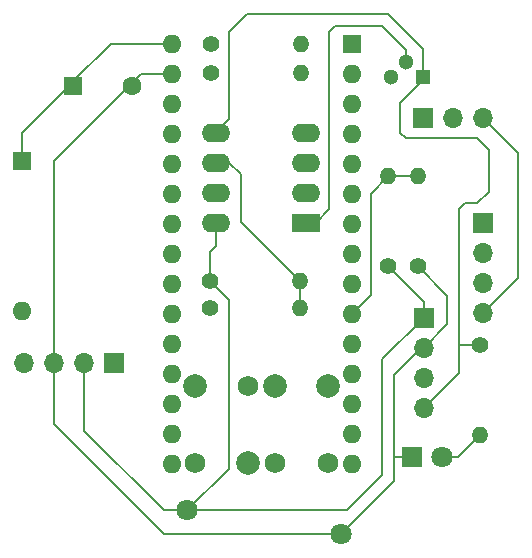
<source format=gbr>
%TF.GenerationSoftware,KiCad,Pcbnew,8.0.6*%
%TF.CreationDate,2024-11-23T22:45:46-08:00*%
%TF.ProjectId,OBDGauge,4f424447-6175-4676-952e-6b696361645f,rev?*%
%TF.SameCoordinates,Original*%
%TF.FileFunction,Copper,L2,Bot*%
%TF.FilePolarity,Positive*%
%FSLAX46Y46*%
G04 Gerber Fmt 4.6, Leading zero omitted, Abs format (unit mm)*
G04 Created by KiCad (PCBNEW 8.0.6) date 2024-11-23 22:45:46*
%MOMM*%
%LPD*%
G01*
G04 APERTURE LIST*
%TA.AperFunction,ComponentPad*%
%ADD10R,1.600000X1.600000*%
%TD*%
%TA.AperFunction,ComponentPad*%
%ADD11O,1.600000X1.600000*%
%TD*%
%TA.AperFunction,ComponentPad*%
%ADD12O,1.700000X1.700000*%
%TD*%
%TA.AperFunction,ComponentPad*%
%ADD13R,1.700000X1.700000*%
%TD*%
%TA.AperFunction,ComponentPad*%
%ADD14C,1.400000*%
%TD*%
%TA.AperFunction,ComponentPad*%
%ADD15O,1.400000X1.400000*%
%TD*%
%TA.AperFunction,ComponentPad*%
%ADD16C,1.800000*%
%TD*%
%TA.AperFunction,ComponentPad*%
%ADD17C,1.750000*%
%TD*%
%TA.AperFunction,ComponentPad*%
%ADD18C,2.000000*%
%TD*%
%TA.AperFunction,ComponentPad*%
%ADD19O,2.400000X1.600000*%
%TD*%
%TA.AperFunction,ComponentPad*%
%ADD20R,2.400000X1.600000*%
%TD*%
%TA.AperFunction,ComponentPad*%
%ADD21R,1.800000X1.800000*%
%TD*%
%TA.AperFunction,ComponentPad*%
%ADD22C,1.600000*%
%TD*%
%TA.AperFunction,ComponentPad*%
%ADD23R,1.300000X1.300000*%
%TD*%
%TA.AperFunction,ComponentPad*%
%ADD24C,1.300000*%
%TD*%
%TA.AperFunction,Conductor*%
%ADD25C,0.200000*%
%TD*%
G04 APERTURE END LIST*
D10*
%TO.P,D1,1,K*%
%TO.N,/VSUPPLY*%
X29500000Y-40899410D03*
D11*
%TO.P,D1,2,A*%
%TO.N,/9V OUT*%
X29500000Y-53599410D03*
%TD*%
D12*
%TO.P,J3,4,Pin_4*%
%TO.N,/5V*%
X68500000Y-53820000D03*
%TO.P,J3,3,Pin_3*%
%TO.N,GNDREF*%
X68500000Y-51280000D03*
%TO.P,J3,2,Pin_2*%
%TO.N,/DIG-DIO*%
X68500000Y-48740000D03*
D13*
%TO.P,J3,1,Pin_1*%
%TO.N,/DIG-CLK*%
X68500000Y-46200000D03*
%TD*%
D14*
%TO.P,R1,1*%
%TO.N,Net-(U1A--)*%
X45500000Y-31000000D03*
D15*
%TO.P,R1,2*%
%TO.N,/5V*%
X53120000Y-31000000D03*
%TD*%
D16*
%TO.P,TEST2,1*%
%TO.N,GNDREF*%
X56500000Y-72500000D03*
%TD*%
D17*
%TO.P,SW1,1,1*%
%TO.N,GNDREF*%
X44132666Y-66500000D03*
D18*
X44132666Y-60000000D03*
%TO.P,SW1,2,2*%
%TO.N,/SW1*%
X48632666Y-66500000D03*
D17*
X48632666Y-60000000D03*
%TD*%
D13*
%TO.P,J2,1,Pin_1*%
%TO.N,GNDREF*%
X63420000Y-37264906D03*
D12*
%TO.P,J2,2,Pin_2*%
%TO.N,/RING*%
X65960000Y-37264906D03*
%TO.P,J2,3,Pin_3*%
%TO.N,/5V*%
X68500000Y-37264906D03*
%TD*%
D19*
%TO.P,U1,8,V+*%
%TO.N,/12V*%
X45880000Y-46120000D03*
%TO.P,U1,7*%
%TO.N,/K-IN*%
X45880000Y-43580000D03*
%TO.P,U1,6,-*%
%TO.N,Net-(U1B--)*%
X45880000Y-41040000D03*
%TO.P,U1,5,+*%
%TO.N,/K+*%
X45880000Y-38500000D03*
%TO.P,U1,4,V-*%
%TO.N,GNDREF*%
X53500000Y-38500000D03*
%TO.P,U1,3,+*%
%TO.N,/K-OUT*%
X53500000Y-41040000D03*
%TO.P,U1,2,-*%
%TO.N,Net-(U1A--)*%
X53500000Y-43580000D03*
D20*
%TO.P,U1,1*%
%TO.N,Net-(Q1-B)*%
X53500000Y-46120000D03*
%TD*%
D16*
%TO.P,TEST1,1*%
%TO.N,/12V*%
X43500000Y-70500000D03*
%TD*%
D18*
%TO.P,SW2,1,1*%
%TO.N,GNDREF*%
X55437901Y-60000000D03*
D17*
X55437901Y-66500000D03*
D18*
%TO.P,SW2,2,2*%
%TO.N,/SW2*%
X50937901Y-60000000D03*
D17*
X50937901Y-66500000D03*
%TD*%
D14*
%TO.P,R4,1*%
%TO.N,GNDREF*%
X45392266Y-53363298D03*
D15*
%TO.P,R4,2*%
%TO.N,Net-(U1B--)*%
X53012266Y-53363298D03*
%TD*%
D21*
%TO.P,D2,1,K*%
%TO.N,GNDREF*%
X62500000Y-66000000D03*
D16*
%TO.P,D2,2,A*%
%TO.N,Net-(D2-A)*%
X65040000Y-66000000D03*
%TD*%
D14*
%TO.P,R3,1*%
%TO.N,/12V*%
X45392266Y-51082931D03*
D15*
%TO.P,R3,2*%
%TO.N,Net-(U1B--)*%
X53012266Y-51082931D03*
%TD*%
%TO.P,R2,2*%
%TO.N,GNDREF*%
X53120000Y-33500000D03*
D14*
%TO.P,R2,1*%
%TO.N,Net-(U1A--)*%
X45500000Y-33500000D03*
%TD*%
D10*
%TO.P,A1,1,TX1*%
%TO.N,unconnected-(A1-TX1-Pad1)*%
X57417895Y-31000000D03*
D11*
%TO.P,A1,2,RX1*%
%TO.N,unconnected-(A1-RX1-Pad2)*%
X57417895Y-33540000D03*
%TO.P,A1,3,~{RESET}*%
%TO.N,unconnected-(A1-~{RESET}-Pad3)*%
X57417895Y-36080000D03*
%TO.P,A1,4,GND*%
%TO.N,GNDREF*%
X57417895Y-38620000D03*
%TO.P,A1,5,D2*%
%TO.N,/RING*%
X57417895Y-41160000D03*
%TO.P,A1,6,D3*%
%TO.N,/K-OUT*%
X57417895Y-43700000D03*
%TO.P,A1,7,D4*%
%TO.N,/K-IN*%
X57417895Y-46240000D03*
%TO.P,A1,8,D5*%
%TO.N,/DIG-CLK*%
X57417895Y-48780000D03*
%TO.P,A1,9,D6*%
%TO.N,/DIG-DIO*%
X57417895Y-51320000D03*
%TO.P,A1,10,D7*%
%TO.N,/BATMON*%
X57417895Y-53860000D03*
%TO.P,A1,11,D8*%
%TO.N,/SW1*%
X57417895Y-56400000D03*
%TO.P,A1,12,D9*%
%TO.N,/SW2*%
X57417895Y-58940000D03*
%TO.P,A1,13,D10*%
%TO.N,unconnected-(A1-D10-Pad13)*%
X57417895Y-61480000D03*
%TO.P,A1,14,MOSI*%
%TO.N,unconnected-(A1-MOSI-Pad14)*%
X57417895Y-64020000D03*
%TO.P,A1,15,MISO*%
%TO.N,unconnected-(A1-MISO-Pad15)*%
X57417895Y-66560000D03*
%TO.P,A1,16,SCK*%
%TO.N,unconnected-(A1-SCK-Pad16)*%
X42177895Y-66560000D03*
%TO.P,A1,17,3V3*%
%TO.N,unconnected-(A1-3V3-Pad17)*%
X42177895Y-64020000D03*
%TO.P,A1,18,AREF*%
%TO.N,unconnected-(A1-AREF-Pad18)*%
X42177895Y-61480000D03*
%TO.P,A1,19,A0*%
%TO.N,/BATMON*%
X42177895Y-58940000D03*
%TO.P,A1,20,A1*%
%TO.N,unconnected-(A1-A1-Pad20)*%
X42177895Y-56400000D03*
%TO.P,A1,21,A2*%
%TO.N,unconnected-(A1-A2-Pad21)*%
X42177895Y-53860000D03*
%TO.P,A1,22,A3*%
%TO.N,unconnected-(A1-A3-Pad22)*%
X42177895Y-51320000D03*
%TO.P,A1,23,SDA/A4*%
%TO.N,unconnected-(A1-SDA{slash}A4-Pad23)*%
X42177895Y-48780000D03*
%TO.P,A1,24,SCL/A5*%
%TO.N,unconnected-(A1-SCL{slash}A5-Pad24)*%
X42177895Y-46240000D03*
%TO.P,A1,25,A6*%
%TO.N,unconnected-(A1-A6-Pad25)*%
X42177895Y-43700000D03*
%TO.P,A1,26,A7*%
%TO.N,unconnected-(A1-A7-Pad26)*%
X42177895Y-41160000D03*
%TO.P,A1,27,+5V*%
%TO.N,/5V*%
X42177895Y-38620000D03*
%TO.P,A1,28,~{RESET}*%
%TO.N,unconnected-(A1-~{RESET}-Pad28)*%
X42177895Y-36080000D03*
%TO.P,A1,29,GND*%
%TO.N,GNDREF*%
X42177895Y-33540000D03*
%TO.P,A1,30,VIN*%
%TO.N,/VSUPPLY*%
X42177895Y-31000000D03*
%TD*%
D15*
%TO.P,R7,2*%
%TO.N,Net-(D2-A)*%
X68289676Y-64120000D03*
D14*
%TO.P,R7,1*%
%TO.N,/K+*%
X68289676Y-56500000D03*
%TD*%
%TO.P,R5,1*%
%TO.N,/12V*%
X60500000Y-49810000D03*
D15*
%TO.P,R5,2*%
%TO.N,/BATMON*%
X60500000Y-42190000D03*
%TD*%
D13*
%TO.P,J4,1,Pin_1*%
%TO.N,/EN*%
X37300000Y-58000000D03*
D12*
%TO.P,J4,2,Pin_2*%
%TO.N,/12V*%
X34760000Y-58000000D03*
%TO.P,J4,3,Pin_3*%
%TO.N,GNDREF*%
X32220000Y-58000000D03*
%TO.P,J4,4,Pin_4*%
%TO.N,/9V OUT*%
X29680000Y-58000000D03*
%TD*%
D10*
%TO.P,C1,1*%
%TO.N,/VSUPPLY*%
X33827246Y-34539399D03*
D22*
%TO.P,C1,2*%
%TO.N,GNDREF*%
X38827246Y-34539399D03*
%TD*%
D23*
%TO.P,Q1,1,E*%
%TO.N,/K+*%
X63470000Y-33770000D03*
D24*
%TO.P,Q1,2,B*%
%TO.N,Net-(Q1-B)*%
X62000000Y-32500000D03*
%TO.P,Q1,3,C*%
%TO.N,GNDREF*%
X60730000Y-33770000D03*
%TD*%
D14*
%TO.P,R6,1*%
%TO.N,GNDREF*%
X63000000Y-49810000D03*
D15*
%TO.P,R6,2*%
%TO.N,/BATMON*%
X63000000Y-42190000D03*
%TD*%
D12*
%TO.P,J1,4,Pin_4*%
%TO.N,/K+*%
X63500000Y-61820000D03*
%TO.P,J1,3,Pin_3*%
%TO.N,/K-*%
X63500000Y-59280000D03*
%TO.P,J1,2,Pin_2*%
%TO.N,GNDREF*%
X63500000Y-56740000D03*
D13*
%TO.P,J1,1,Pin_1*%
%TO.N,/12V*%
X63500000Y-54200000D03*
%TD*%
D25*
%TO.N,/K+*%
X63500000Y-61820000D02*
X66500000Y-58820000D01*
%TO.N,GNDREF*%
X63260000Y-56740000D02*
X61000000Y-59000000D01*
X32220000Y-63220000D02*
X41500000Y-72500000D01*
X63500000Y-56740000D02*
X65500000Y-54740000D01*
X32220000Y-40921090D02*
X32220000Y-63220000D01*
X41500000Y-72500000D02*
X56500000Y-72500000D01*
X61000000Y-68000000D02*
X56500000Y-72500000D01*
X61000000Y-59000000D02*
X61000000Y-68000000D01*
X42177895Y-33540000D02*
X39601090Y-33540000D01*
X65500000Y-52310000D02*
X63000000Y-49810000D01*
X61000000Y-66000000D02*
X62500000Y-66000000D01*
X63500000Y-56740000D02*
X63260000Y-56740000D01*
X65500000Y-54740000D02*
X65500000Y-52310000D01*
X39601090Y-33540000D02*
X32220000Y-40921090D01*
%TO.N,/5V*%
X71500000Y-50820000D02*
X68500000Y-53820000D01*
X71500000Y-40264906D02*
X71500000Y-50820000D01*
X68500000Y-37264906D02*
X71500000Y-40264906D01*
%TO.N,/12V*%
X45880000Y-46120000D02*
X45880000Y-48120000D01*
X45880000Y-48120000D02*
X45392266Y-48607734D01*
X47000000Y-52690665D02*
X47000000Y-67000000D01*
X41500000Y-70500000D02*
X57000000Y-70500000D01*
X47000000Y-67000000D02*
X43500000Y-70500000D01*
X45380000Y-51070665D02*
X47000000Y-52690665D01*
X34760000Y-63760000D02*
X41500000Y-70500000D01*
X60000000Y-57700000D02*
X63500000Y-54200000D01*
X60500000Y-49810000D02*
X63500000Y-52810000D01*
X63500000Y-52810000D02*
X63500000Y-55000000D01*
X60000000Y-67500000D02*
X60000000Y-57700000D01*
X34760000Y-58000000D02*
X34760000Y-63760000D01*
X45392266Y-48607734D02*
X45392266Y-51082931D01*
X57000000Y-70500000D02*
X60000000Y-67500000D01*
%TO.N,/K+*%
X60500000Y-28500000D02*
X63470000Y-31470000D01*
X45880000Y-38500000D02*
X47000000Y-37380000D01*
X63470000Y-31470000D02*
X63470000Y-33770000D01*
X68000000Y-44500000D02*
X67000000Y-44500000D01*
X61500000Y-38500000D02*
X62000000Y-39000000D01*
X69000000Y-43500000D02*
X68000000Y-44500000D01*
X61500000Y-36000000D02*
X63470000Y-34030000D01*
X69000000Y-40000000D02*
X69000000Y-43500000D01*
X61500000Y-36000000D02*
X61500000Y-38500000D01*
X48500000Y-28500000D02*
X60500000Y-28500000D01*
X62000000Y-39000000D02*
X68000000Y-39000000D01*
X66500000Y-45000000D02*
X66500000Y-58820000D01*
X67000000Y-44500000D02*
X66500000Y-45000000D01*
X47000000Y-30000000D02*
X48500000Y-28500000D01*
X68289676Y-56500000D02*
X66500000Y-56500000D01*
X68000000Y-39000000D02*
X69000000Y-40000000D01*
X47000000Y-37380000D02*
X47000000Y-30000000D01*
X63470000Y-34030000D02*
X63470000Y-33770000D01*
%TO.N,/VSUPPLY*%
X33827246Y-34539399D02*
X33460601Y-34539399D01*
X37000000Y-31000000D02*
X42177895Y-31000000D01*
X33460601Y-34539399D02*
X29500000Y-38500000D01*
X29500000Y-40899410D02*
X29500000Y-38500000D01*
X33827246Y-34172754D02*
X33827246Y-34539399D01*
X37000000Y-31000000D02*
X33827246Y-34172754D01*
%TO.N,/BATMON*%
X60500000Y-42190000D02*
X59000000Y-43690000D01*
X60500000Y-42190000D02*
X63000000Y-42190000D01*
X59000000Y-43690000D02*
X59000000Y-52277895D01*
%TO.N,Net-(D2-A)*%
X66409676Y-66000000D02*
X65040000Y-66000000D01*
X68289676Y-64120000D02*
X66409676Y-66000000D01*
%TO.N,Net-(U1B--)*%
X48000000Y-42000000D02*
X48000000Y-46070665D01*
X48000000Y-46070665D02*
X53012266Y-51082931D01*
X47040000Y-41040000D02*
X48000000Y-42000000D01*
X45880000Y-41040000D02*
X47040000Y-41040000D01*
X53012266Y-53363298D02*
X53012266Y-51082931D01*
%TO.N,Net-(Q1-B)*%
X55500000Y-30000000D02*
X55500000Y-45000000D01*
X62000000Y-31500000D02*
X60000000Y-29500000D01*
X60000000Y-29500000D02*
X56000000Y-29500000D01*
X54380000Y-46120000D02*
X53500000Y-46120000D01*
X55500000Y-45000000D02*
X54380000Y-46120000D01*
X56000000Y-29500000D02*
X55500000Y-30000000D01*
X62000000Y-32500000D02*
X62000000Y-31500000D01*
%TO.N,/BATMON*%
X59000000Y-52277895D02*
X57417895Y-53860000D01*
%TD*%
M02*

</source>
